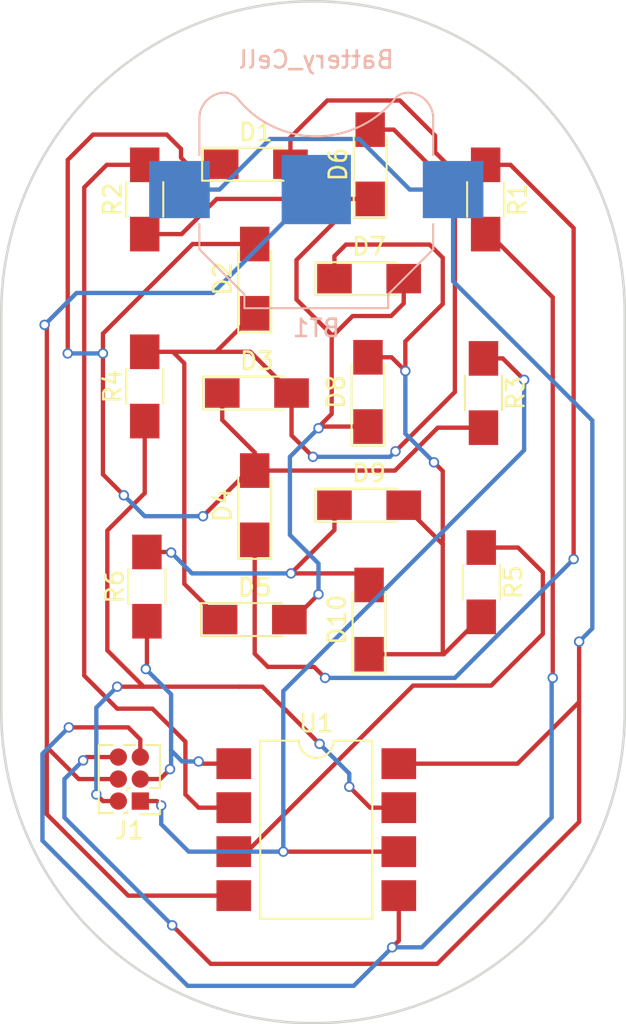
<source format=kicad_pcb>
(kicad_pcb (version 4) (host pcbnew 4.0.7)

  (general
    (links 35)
    (no_connects 0)
    (area 80.924999 91.924999 117.075001 151.075001)
    (thickness 1.6)
    (drawings 6)
    (tracks 251)
    (zones 0)
    (modules 19)
    (nets 15)
  )

  (page A4)
  (layers
    (0 F.Cu signal)
    (31 B.Cu signal)
    (32 B.Adhes user)
    (33 F.Adhes user)
    (34 B.Paste user)
    (35 F.Paste user)
    (36 B.SilkS user)
    (37 F.SilkS user)
    (38 B.Mask user)
    (39 F.Mask user)
    (40 Dwgs.User user)
    (41 Cmts.User user)
    (42 Eco1.User user)
    (43 Eco2.User user)
    (44 Edge.Cuts user)
    (45 Margin user)
    (46 B.CrtYd user)
    (47 F.CrtYd user)
    (48 B.Fab user)
    (49 F.Fab user)
  )

  (setup
    (last_trace_width 0.25)
    (trace_clearance 0.2)
    (zone_clearance 0.508)
    (zone_45_only no)
    (trace_min 0.2)
    (segment_width 0.15)
    (edge_width 0.15)
    (via_size 0.6)
    (via_drill 0.4)
    (via_min_size 0.4)
    (via_min_drill 0.3)
    (uvia_size 0.3)
    (uvia_drill 0.1)
    (uvias_allowed no)
    (uvia_min_size 0.2)
    (uvia_min_drill 0.1)
    (pcb_text_width 0.3)
    (pcb_text_size 1.5 1.5)
    (mod_edge_width 0.15)
    (mod_text_size 1 1)
    (mod_text_width 0.15)
    (pad_size 1.524 1.524)
    (pad_drill 0.762)
    (pad_to_mask_clearance 0.2)
    (aux_axis_origin 0 0)
    (grid_origin 97.155 80.4545)
    (visible_elements FFFFFF7F)
    (pcbplotparams
      (layerselection 0x00030_80000001)
      (usegerberextensions false)
      (excludeedgelayer true)
      (linewidth 0.100000)
      (plotframeref false)
      (viasonmask false)
      (mode 1)
      (useauxorigin false)
      (hpglpennumber 1)
      (hpglpenspeed 20)
      (hpglpendiameter 15)
      (hpglpenoverlay 2)
      (psnegative false)
      (psa4output false)
      (plotreference true)
      (plotvalue true)
      (plotinvisibletext false)
      (padsonsilk false)
      (subtractmaskfromsilk false)
      (outputformat 1)
      (mirror false)
      (drillshape 0)
      (scaleselection 1)
      (outputdirectory ""))
  )

  (net 0 "")
  (net 1 "Net-(D1-Pad2)")
  (net 2 /i)
  (net 3 /o)
  (net 4 "Net-(D1-Pad1)")
  (net 5 "Net-(D2-Pad1)")
  (net 6 "Net-(D5-Pad2)")
  (net 7 "Net-(D10-Pad1)")
  (net 8 "Net-(D10-Pad2)")
  (net 9 /h)
  (net 10 /p)
  (net 11 /z)
  (net 12 /k)
  (net 13 /a)
  (net 14 /e)

  (net_class Default "Esta es la clase de red por defecto."
    (clearance 0.2)
    (trace_width 0.25)
    (via_dia 0.6)
    (via_drill 0.4)
    (uvia_dia 0.3)
    (uvia_drill 0.1)
    (add_net /a)
    (add_net /e)
    (add_net /h)
    (add_net /i)
    (add_net /k)
    (add_net /o)
    (add_net /p)
    (add_net /z)
    (add_net "Net-(D1-Pad1)")
    (add_net "Net-(D1-Pad2)")
    (add_net "Net-(D10-Pad1)")
    (add_net "Net-(D10-Pad2)")
    (add_net "Net-(D2-Pad1)")
    (add_net "Net-(D5-Pad2)")
  )

  (module Battery_Holders:Keystone_3000_1x12mm-CoinCell (layer F.Cu) (tedit 5A896E14) (tstamp 5A88B2EE)
    (at 99.187 102.87 180)
    (descr http://www.keyelco.com/product-pdf.cfm?p=777)
    (tags "Keystone type 3000 coin cell retainer")
    (path /5A88AFDD)
    (attr smd)
    (fp_text reference BT1 (at 0 -8 180) (layer B.SilkS)
      (effects (font (size 1 1) (thickness 0.15)) (justify mirror))
    )
    (fp_text value Battery_Cell (at 0 7.5 180) (layer B.SilkS)
      (effects (font (size 1 1) (thickness 0.15)) (justify mirror))
    )
    (fp_arc (start 0 0) (end 0 6.75) (angle 36.6) (layer B.CrtYd) (width 0.05))
    (fp_arc (start 0.11 9.15) (end 4.22 5.65) (angle -3.1) (layer B.CrtYd) (width 0.05))
    (fp_arc (start 0.11 9.15) (end -4.22 5.65) (angle 3.1) (layer B.CrtYd) (width 0.05))
    (fp_arc (start 0 0) (end 0 6.75) (angle -36.6) (layer B.CrtYd) (width 0.05))
    (fp_arc (start 5.25 4.1) (end 5.3 6.1) (angle -90) (layer B.CrtYd) (width 0.05))
    (fp_arc (start 5.29 4.6) (end 4.22 5.65) (angle -54.1) (layer B.CrtYd) (width 0.05))
    (fp_arc (start -5.29 4.6) (end -4.22 5.65) (angle 54.1) (layer B.CrtYd) (width 0.05))
    (fp_arc (start 5.29 4.6) (end 4.5 5.2) (angle -60) (layer B.SilkS) (width 0.12))
    (fp_arc (start -5.29 4.6) (end -4.5 5.2) (angle 60) (layer B.SilkS) (width 0.12))
    (fp_arc (start 0 8.9) (end -4.5 5.2) (angle 101) (layer B.SilkS) (width 0.12))
    (fp_arc (start 5.29 4.6) (end 4.6 5.1) (angle -60) (layer B.Fab) (width 0.1))
    (fp_arc (start -5.29 4.6) (end -4.6 5.1) (angle 60) (layer B.Fab) (width 0.1))
    (fp_arc (start 0 8.9) (end -4.6 5.1) (angle 101) (layer B.Fab) (width 0.1))
    (fp_arc (start -5.25 4.1) (end -5.3 6.1) (angle 90) (layer B.CrtYd) (width 0.05))
    (fp_arc (start 5.25 4.1) (end 5.3 5.6) (angle -90) (layer B.SilkS) (width 0.12))
    (fp_arc (start -5.25 4.1) (end -5.3 5.6) (angle 90) (layer B.SilkS) (width 0.12))
    (fp_line (start -7.25 2.15) (end -7.25 4.1) (layer B.CrtYd) (width 0.05))
    (fp_line (start 7.25 2.15) (end 7.25 4.1) (layer B.CrtYd) (width 0.05))
    (fp_line (start 6.75 2) (end 6.75 4.1) (layer B.SilkS) (width 0.12))
    (fp_line (start -6.75 2) (end -6.75 4.1) (layer B.SilkS) (width 0.12))
    (fp_arc (start 5.25 4.1) (end 5.3 5.45) (angle -90) (layer B.Fab) (width 0.1))
    (fp_line (start 7.25 -2.15) (end 7.25 -3.8) (layer B.CrtYd) (width 0.05))
    (fp_line (start 7.25 -3.8) (end 4.65 -6.4) (layer B.CrtYd) (width 0.05))
    (fp_line (start 4.65 -6.4) (end 4.65 -7.35) (layer B.CrtYd) (width 0.05))
    (fp_line (start -4.65 -7.35) (end 4.65 -7.35) (layer B.CrtYd) (width 0.05))
    (fp_line (start -4.65 -6.4) (end -4.65 -7.35) (layer B.CrtYd) (width 0.05))
    (fp_line (start -7.25 -3.8) (end -4.65 -6.4) (layer B.CrtYd) (width 0.05))
    (fp_line (start -7.25 -2.15) (end -7.25 -3.8) (layer B.CrtYd) (width 0.05))
    (fp_line (start -6.75 -2) (end -6.75 -3.45) (layer B.SilkS) (width 0.12))
    (fp_line (start -6.75 -3.45) (end -4.15 -6.05) (layer B.SilkS) (width 0.12))
    (fp_line (start -4.15 -6.05) (end -4.15 -6.85) (layer B.SilkS) (width 0.12))
    (fp_line (start -4.15 -6.85) (end 4.15 -6.85) (layer B.SilkS) (width 0.12))
    (fp_line (start 4.15 -6.85) (end 4.15 -6.05) (layer B.SilkS) (width 0.12))
    (fp_line (start 4.15 -6.05) (end 6.75 -3.45) (layer B.SilkS) (width 0.12))
    (fp_line (start 6.75 -3.45) (end 6.75 -2) (layer B.SilkS) (width 0.12))
    (fp_line (start -7.25 -2.15) (end -10.15 -2.15) (layer B.CrtYd) (width 0.05))
    (fp_line (start -10.15 -2.15) (end -10.15 2.15) (layer B.CrtYd) (width 0.05))
    (fp_line (start -10.15 2.15) (end -7.25 2.15) (layer B.CrtYd) (width 0.05))
    (fp_line (start 7.25 -2.15) (end 10.15 -2.15) (layer B.CrtYd) (width 0.05))
    (fp_line (start 10.15 -2.15) (end 10.15 2.15) (layer B.CrtYd) (width 0.05))
    (fp_line (start 10.15 2.15) (end 7.25 2.15) (layer B.CrtYd) (width 0.05))
    (fp_arc (start -5.25 4.1) (end -5.3 5.45) (angle 90) (layer B.Fab) (width 0.1))
    (fp_line (start 6.6 -3.4) (end 6.6 4.1) (layer B.Fab) (width 0.1))
    (fp_line (start -6.6 -3.4) (end -6.6 4.1) (layer B.Fab) (width 0.1))
    (fp_line (start 4 -6) (end 6.6 -3.4) (layer B.Fab) (width 0.1))
    (fp_line (start -4 -6) (end -6.6 -3.4) (layer B.Fab) (width 0.1))
    (fp_line (start 4 -6.7) (end 4 -6) (layer B.Fab) (width 0.1))
    (fp_line (start -4 -6.7) (end -4 -6) (layer B.Fab) (width 0.1))
    (fp_line (start -4 -6.7) (end 4 -6.7) (layer B.Fab) (width 0.1))
    (pad 1 smd rect (at -7.9 0 180) (size 3.5 3.3) (layers B.Cu B.Paste B.Mask)
      (net 2 /i))
    (pad 1 smd rect (at 7.9 0 180) (size 3.5 3.3) (layers B.Cu B.Paste B.Mask)
      (net 2 /i))
    (pad 2 smd rect (at 0 0 180) (size 4 4) (layers B.Cu B.Mask)
      (net 3 /o))
    (model Battery_Holders.3dshapes/Keystone_3000_1x12mm-CoinCell.wrl
      (at (xyz 0 0 0))
      (scale (xyz 1 1 1))
      (rotate (xyz 0 0 0))
    )
  )

  (module Pin_Headers:Pin_Header_Straight_2x03_Pitch1.27mm (layer F.Cu) (tedit 5A895E4E) (tstamp 5A88B322)
    (at 89.027 138.176 180)
    (descr "Through hole straight pin header, 2x03, 1.27mm pitch, double rows")
    (tags "Through hole pin header THT 2x03 1.27mm double row")
    (path /5A88AEFD)
    (fp_text reference J1 (at 0.635 -1.695 180) (layer F.SilkS)
      (effects (font (size 1 1) (thickness 0.15)))
    )
    (fp_text value "" (at 0.635 4.235 180) (layer F.Fab)
      (effects (font (size 1 1) (thickness 0.15)))
    )
    (fp_line (start -0.2175 -0.635) (end 2.34 -0.635) (layer F.Fab) (width 0.1))
    (fp_line (start 2.34 -0.635) (end 2.34 3.175) (layer F.Fab) (width 0.1))
    (fp_line (start 2.34 3.175) (end -1.07 3.175) (layer F.Fab) (width 0.1))
    (fp_line (start -1.07 3.175) (end -1.07 0.2175) (layer F.Fab) (width 0.1))
    (fp_line (start -1.07 0.2175) (end -0.2175 -0.635) (layer F.Fab) (width 0.1))
    (fp_line (start -1.13 3.235) (end -0.30753 3.235) (layer F.SilkS) (width 0.12))
    (fp_line (start 1.57753 3.235) (end 2.4 3.235) (layer F.SilkS) (width 0.12))
    (fp_line (start 0.30753 3.235) (end 0.96247 3.235) (layer F.SilkS) (width 0.12))
    (fp_line (start -1.13 0.76) (end -1.13 3.235) (layer F.SilkS) (width 0.12))
    (fp_line (start 2.4 -0.695) (end 2.4 3.235) (layer F.SilkS) (width 0.12))
    (fp_line (start -1.13 0.76) (end -0.563471 0.76) (layer F.SilkS) (width 0.12))
    (fp_line (start 0.563471 0.76) (end 0.706529 0.76) (layer F.SilkS) (width 0.12))
    (fp_line (start 0.76 0.706529) (end 0.76 0.563471) (layer F.SilkS) (width 0.12))
    (fp_line (start 0.76 -0.563471) (end 0.76 -0.695) (layer F.SilkS) (width 0.12))
    (fp_line (start 0.76 -0.695) (end 0.96247 -0.695) (layer F.SilkS) (width 0.12))
    (fp_line (start 1.57753 -0.695) (end 2.4 -0.695) (layer F.SilkS) (width 0.12))
    (fp_line (start -1.13 0) (end -1.13 -0.76) (layer F.SilkS) (width 0.12))
    (fp_line (start -1.13 -0.76) (end 0 -0.76) (layer F.SilkS) (width 0.12))
    (fp_line (start -1.6 -1.15) (end -1.6 3.7) (layer F.CrtYd) (width 0.05))
    (fp_line (start -1.6 3.7) (end 2.85 3.7) (layer F.CrtYd) (width 0.05))
    (fp_line (start 2.85 3.7) (end 2.85 -1.15) (layer F.CrtYd) (width 0.05))
    (fp_line (start 2.85 -1.15) (end -1.6 -1.15) (layer F.CrtYd) (width 0.05))
    (fp_text user %R (at 0.635 1.27 270) (layer F.Fab)
      (effects (font (size 1 1) (thickness 0.15)))
    )
    (pad 1 smd rect (at 0 0 180) (size 1 1) (layers F.Cu F.Paste F.Mask)
      (net 9 /h))
    (pad 2 smd oval (at 1.27 0 180) (size 1 1) (layers F.Cu F.Paste F.Mask)
      (net 10 /p))
    (pad 3 smd oval (at 0 1.27 180) (size 1 1) (layers F.Cu F.Paste F.Mask)
      (net 11 /z))
    (pad 4 smd oval (at 1.27 1.27 180) (size 1 1) (layers F.Cu F.Paste F.Mask)
      (net 3 /o))
    (pad 5 smd oval (at 0 2.54 180) (size 1 1) (layers F.Cu F.Paste F.Mask)
      (net 12 /k))
    (pad 6 smd oval (at 1.27 2.54 180) (size 1 1) (layers F.Cu F.Paste F.Mask)
      (net 2 /i))
    (model ${KISYS3DMOD}/Pin_Headers.3dshapes/Pin_Header_Straight_2x03_Pitch1.27mm.wrl
      (at (xyz 0 0 0))
      (scale (xyz 1 1 1))
      (rotate (xyz 0 0 0))
    )
  )

  (module LEDs:LED_1206_HandSoldering (layer F.Cu) (tedit 595FC724) (tstamp 5A8876E4)
    (at 95.6945 101.4095)
    (descr "LED SMD 1206, hand soldering")
    (tags "LED 1206")
    (path /5A887900)
    (attr smd)
    (fp_text reference D1 (at 0 -1.85) (layer F.SilkS)
      (effects (font (size 1 1) (thickness 0.15)))
    )
    (fp_text value D (at 0 1.9) (layer F.Fab)
      (effects (font (size 1 1) (thickness 0.15)))
    )
    (fp_line (start -3.1 -0.95) (end -3.1 0.95) (layer F.SilkS) (width 0.12))
    (fp_line (start -0.4 0) (end 0.2 -0.4) (layer F.Fab) (width 0.1))
    (fp_line (start 0.2 -0.4) (end 0.2 0.4) (layer F.Fab) (width 0.1))
    (fp_line (start 0.2 0.4) (end -0.4 0) (layer F.Fab) (width 0.1))
    (fp_line (start -0.45 -0.4) (end -0.45 0.4) (layer F.Fab) (width 0.1))
    (fp_line (start -1.6 0.8) (end -1.6 -0.8) (layer F.Fab) (width 0.1))
    (fp_line (start 1.6 0.8) (end -1.6 0.8) (layer F.Fab) (width 0.1))
    (fp_line (start 1.6 -0.8) (end 1.6 0.8) (layer F.Fab) (width 0.1))
    (fp_line (start -1.6 -0.8) (end 1.6 -0.8) (layer F.Fab) (width 0.1))
    (fp_line (start -3.1 0.95) (end 1.6 0.95) (layer F.SilkS) (width 0.12))
    (fp_line (start -3.1 -0.95) (end 1.6 -0.95) (layer F.SilkS) (width 0.12))
    (fp_line (start -3.25 -1.11) (end 3.25 -1.11) (layer F.CrtYd) (width 0.05))
    (fp_line (start -3.25 -1.11) (end -3.25 1.1) (layer F.CrtYd) (width 0.05))
    (fp_line (start 3.25 1.1) (end 3.25 -1.11) (layer F.CrtYd) (width 0.05))
    (fp_line (start 3.25 1.1) (end -3.25 1.1) (layer F.CrtYd) (width 0.05))
    (pad 1 smd rect (at -2 0) (size 2 1.7) (layers F.Cu F.Paste F.Mask)
      (net 4 "Net-(D1-Pad1)"))
    (pad 2 smd rect (at 2 0) (size 2 1.7) (layers F.Cu F.Paste F.Mask)
      (net 1 "Net-(D1-Pad2)"))
    (model ${KISYS3DMOD}/LEDs.3dshapes/LED_1206.wrl
      (at (xyz 0 0 0))
      (scale (xyz 1 1 1))
      (rotate (xyz 0 0 180))
    )
  )

  (module LEDs:LED_1206_HandSoldering (layer F.Cu) (tedit 595FC724) (tstamp 5A8876EA)
    (at 95.631 108.0135 90)
    (descr "LED SMD 1206, hand soldering")
    (tags "LED 1206")
    (path /5A88755E)
    (attr smd)
    (fp_text reference D2 (at 0 -1.85 90) (layer F.SilkS)
      (effects (font (size 1 1) (thickness 0.15)))
    )
    (fp_text value D (at 0 1.9 90) (layer F.Fab)
      (effects (font (size 1 1) (thickness 0.15)))
    )
    (fp_line (start -3.1 -0.95) (end -3.1 0.95) (layer F.SilkS) (width 0.12))
    (fp_line (start -0.4 0) (end 0.2 -0.4) (layer F.Fab) (width 0.1))
    (fp_line (start 0.2 -0.4) (end 0.2 0.4) (layer F.Fab) (width 0.1))
    (fp_line (start 0.2 0.4) (end -0.4 0) (layer F.Fab) (width 0.1))
    (fp_line (start -0.45 -0.4) (end -0.45 0.4) (layer F.Fab) (width 0.1))
    (fp_line (start -1.6 0.8) (end -1.6 -0.8) (layer F.Fab) (width 0.1))
    (fp_line (start 1.6 0.8) (end -1.6 0.8) (layer F.Fab) (width 0.1))
    (fp_line (start 1.6 -0.8) (end 1.6 0.8) (layer F.Fab) (width 0.1))
    (fp_line (start -1.6 -0.8) (end 1.6 -0.8) (layer F.Fab) (width 0.1))
    (fp_line (start -3.1 0.95) (end 1.6 0.95) (layer F.SilkS) (width 0.12))
    (fp_line (start -3.1 -0.95) (end 1.6 -0.95) (layer F.SilkS) (width 0.12))
    (fp_line (start -3.25 -1.11) (end 3.25 -1.11) (layer F.CrtYd) (width 0.05))
    (fp_line (start -3.25 -1.11) (end -3.25 1.1) (layer F.CrtYd) (width 0.05))
    (fp_line (start 3.25 1.1) (end 3.25 -1.11) (layer F.CrtYd) (width 0.05))
    (fp_line (start 3.25 1.1) (end -3.25 1.1) (layer F.CrtYd) (width 0.05))
    (pad 1 smd rect (at -2 0 90) (size 2 1.7) (layers F.Cu F.Paste F.Mask)
      (net 5 "Net-(D2-Pad1)"))
    (pad 2 smd rect (at 2 0 90) (size 2 1.7) (layers F.Cu F.Paste F.Mask)
      (net 4 "Net-(D1-Pad1)"))
    (model ${KISYS3DMOD}/LEDs.3dshapes/LED_1206.wrl
      (at (xyz 0 0 0))
      (scale (xyz 1 1 1))
      (rotate (xyz 0 0 180))
    )
  )

  (module LEDs:LED_1206_HandSoldering (layer F.Cu) (tedit 595FC724) (tstamp 5A8876F0)
    (at 95.758 114.6175)
    (descr "LED SMD 1206, hand soldering")
    (tags "LED 1206")
    (path /5A887736)
    (attr smd)
    (fp_text reference D3 (at 0 -1.85) (layer F.SilkS)
      (effects (font (size 1 1) (thickness 0.15)))
    )
    (fp_text value D (at 0 1.9) (layer F.Fab)
      (effects (font (size 1 1) (thickness 0.15)))
    )
    (fp_line (start -3.1 -0.95) (end -3.1 0.95) (layer F.SilkS) (width 0.12))
    (fp_line (start -0.4 0) (end 0.2 -0.4) (layer F.Fab) (width 0.1))
    (fp_line (start 0.2 -0.4) (end 0.2 0.4) (layer F.Fab) (width 0.1))
    (fp_line (start 0.2 0.4) (end -0.4 0) (layer F.Fab) (width 0.1))
    (fp_line (start -0.45 -0.4) (end -0.45 0.4) (layer F.Fab) (width 0.1))
    (fp_line (start -1.6 0.8) (end -1.6 -0.8) (layer F.Fab) (width 0.1))
    (fp_line (start 1.6 0.8) (end -1.6 0.8) (layer F.Fab) (width 0.1))
    (fp_line (start 1.6 -0.8) (end 1.6 0.8) (layer F.Fab) (width 0.1))
    (fp_line (start -1.6 -0.8) (end 1.6 -0.8) (layer F.Fab) (width 0.1))
    (fp_line (start -3.1 0.95) (end 1.6 0.95) (layer F.SilkS) (width 0.12))
    (fp_line (start -3.1 -0.95) (end 1.6 -0.95) (layer F.SilkS) (width 0.12))
    (fp_line (start -3.25 -1.11) (end 3.25 -1.11) (layer F.CrtYd) (width 0.05))
    (fp_line (start -3.25 -1.11) (end -3.25 1.1) (layer F.CrtYd) (width 0.05))
    (fp_line (start 3.25 1.1) (end 3.25 -1.11) (layer F.CrtYd) (width 0.05))
    (fp_line (start 3.25 1.1) (end -3.25 1.1) (layer F.CrtYd) (width 0.05))
    (pad 1 smd rect (at -2 0) (size 2 1.7) (layers F.Cu F.Paste F.Mask)
      (net 4 "Net-(D1-Pad1)"))
    (pad 2 smd rect (at 2 0) (size 2 1.7) (layers F.Cu F.Paste F.Mask)
      (net 5 "Net-(D2-Pad1)"))
    (model ${KISYS3DMOD}/LEDs.3dshapes/LED_1206.wrl
      (at (xyz 0 0 0))
      (scale (xyz 1 1 1))
      (rotate (xyz 0 0 180))
    )
  )

  (module Resistors_SMD:R_1206_HandSoldering (layer F.Cu) (tedit 58E0A804) (tstamp 5A8876F6)
    (at 108.966 103.4415 270)
    (descr "Resistor SMD 1206, hand soldering")
    (tags "resistor 1206")
    (path /5A64B849)
    (attr smd)
    (fp_text reference R1 (at 0 -1.85 270) (layer F.SilkS)
      (effects (font (size 1 1) (thickness 0.15)))
    )
    (fp_text value 220 (at 0 1.9 270) (layer F.Fab)
      (effects (font (size 1 1) (thickness 0.15)))
    )
    (fp_text user %R (at 0 0 270) (layer F.Fab)
      (effects (font (size 0.7 0.7) (thickness 0.105)))
    )
    (fp_line (start -1.6 0.8) (end -1.6 -0.8) (layer F.Fab) (width 0.1))
    (fp_line (start 1.6 0.8) (end -1.6 0.8) (layer F.Fab) (width 0.1))
    (fp_line (start 1.6 -0.8) (end 1.6 0.8) (layer F.Fab) (width 0.1))
    (fp_line (start -1.6 -0.8) (end 1.6 -0.8) (layer F.Fab) (width 0.1))
    (fp_line (start 1 1.07) (end -1 1.07) (layer F.SilkS) (width 0.12))
    (fp_line (start -1 -1.07) (end 1 -1.07) (layer F.SilkS) (width 0.12))
    (fp_line (start -3.25 -1.11) (end 3.25 -1.11) (layer F.CrtYd) (width 0.05))
    (fp_line (start -3.25 -1.11) (end -3.25 1.1) (layer F.CrtYd) (width 0.05))
    (fp_line (start 3.25 1.1) (end 3.25 -1.11) (layer F.CrtYd) (width 0.05))
    (fp_line (start 3.25 1.1) (end -3.25 1.1) (layer F.CrtYd) (width 0.05))
    (pad 1 smd rect (at -2 0 270) (size 2 1.7) (layers F.Cu F.Paste F.Mask)
      (net 1 "Net-(D1-Pad2)"))
    (pad 2 smd rect (at 2 0 270) (size 2 1.7) (layers F.Cu F.Paste F.Mask)
      (net 12 /k))
    (model ${KISYS3DMOD}/Resistors_SMD.3dshapes/R_1206.wrl
      (at (xyz 0 0 0))
      (scale (xyz 1 1 1))
      (rotate (xyz 0 0 0))
    )
  )

  (module Resistors_SMD:R_1206_HandSoldering (layer F.Cu) (tedit 58E0A804) (tstamp 5A8876FC)
    (at 89.281 103.4415 90)
    (descr "Resistor SMD 1206, hand soldering")
    (tags "resistor 1206")
    (path /5A88C1EA)
    (attr smd)
    (fp_text reference R2 (at 0 -1.85 90) (layer F.SilkS)
      (effects (font (size 1 1) (thickness 0.15)))
    )
    (fp_text value 220 (at 0 1.9 90) (layer F.Fab)
      (effects (font (size 1 1) (thickness 0.15)))
    )
    (fp_text user %R (at 0 0 90) (layer F.Fab)
      (effects (font (size 0.7 0.7) (thickness 0.105)))
    )
    (fp_line (start -1.6 0.8) (end -1.6 -0.8) (layer F.Fab) (width 0.1))
    (fp_line (start 1.6 0.8) (end -1.6 0.8) (layer F.Fab) (width 0.1))
    (fp_line (start 1.6 -0.8) (end 1.6 0.8) (layer F.Fab) (width 0.1))
    (fp_line (start -1.6 -0.8) (end 1.6 -0.8) (layer F.Fab) (width 0.1))
    (fp_line (start 1 1.07) (end -1 1.07) (layer F.SilkS) (width 0.12))
    (fp_line (start -1 -1.07) (end 1 -1.07) (layer F.SilkS) (width 0.12))
    (fp_line (start -3.25 -1.11) (end 3.25 -1.11) (layer F.CrtYd) (width 0.05))
    (fp_line (start -3.25 -1.11) (end -3.25 1.1) (layer F.CrtYd) (width 0.05))
    (fp_line (start 3.25 1.1) (end 3.25 -1.11) (layer F.CrtYd) (width 0.05))
    (fp_line (start 3.25 1.1) (end -3.25 1.1) (layer F.CrtYd) (width 0.05))
    (pad 1 smd rect (at -2 0 90) (size 2 1.7) (layers F.Cu F.Paste F.Mask)
      (net 6 "Net-(D5-Pad2)"))
    (pad 2 smd rect (at 2 0 90) (size 2 1.7) (layers F.Cu F.Paste F.Mask)
      (net 13 /a))
    (model ${KISYS3DMOD}/Resistors_SMD.3dshapes/R_1206.wrl
      (at (xyz 0 0 0))
      (scale (xyz 1 1 1))
      (rotate (xyz 0 0 0))
    )
  )

  (module Resistors_SMD:R_1206_HandSoldering (layer F.Cu) (tedit 5A895385) (tstamp 5A887702)
    (at 108.839 114.6175 270)
    (descr "Resistor SMD 1206, hand soldering")
    (tags "resistor 1206")
    (path /5A88BB29)
    (attr smd)
    (fp_text reference R3 (at 0 -1.85 270) (layer F.SilkS)
      (effects (font (size 1 1) (thickness 0.15)))
    )
    (fp_text value 220 (at 0 1.9 270) (layer F.Fab)
      (effects (font (size 1 1) (thickness 0.15)))
    )
    (fp_text user %R (at 0 0 270) (layer F.Fab)
      (effects (font (size 0.7 0.7) (thickness 0.105)))
    )
    (fp_line (start -1.6 0.8) (end -1.6 -0.8) (layer F.Fab) (width 0.1))
    (fp_line (start 1.6 0.8) (end -1.6 0.8) (layer F.Fab) (width 0.1))
    (fp_line (start 1.6 -0.8) (end 1.6 0.8) (layer F.Fab) (width 0.1))
    (fp_line (start -1.6 -0.8) (end 1.6 -0.8) (layer F.Fab) (width 0.1))
    (fp_line (start 1 1.07) (end -1 1.07) (layer F.SilkS) (width 0.12))
    (fp_line (start -1 -1.07) (end 1 -1.07) (layer F.SilkS) (width 0.12))
    (fp_line (start -3.25 -1.11) (end 3.25 -1.11) (layer F.CrtYd) (width 0.05))
    (fp_line (start -3.25 -1.11) (end -3.25 1.1) (layer F.CrtYd) (width 0.05))
    (fp_line (start 3.25 1.1) (end 3.25 -1.11) (layer F.CrtYd) (width 0.05))
    (fp_line (start 3.25 1.1) (end -3.25 1.1) (layer F.CrtYd) (width 0.05))
    (pad 1 smd rect (at -2 0 270) (size 2 1.7) (layers F.Cu F.Paste F.Mask)
      (net 9 /h))
    (pad 2 smd rect (at 2 0 270) (size 2 1.7) (layers F.Cu F.Paste F.Mask)
      (net 4 "Net-(D1-Pad1)"))
    (model ${KISYS3DMOD}/Resistors_SMD.3dshapes/R_1206.wrl
      (at (xyz 0 0 0))
      (scale (xyz 1 1 1))
      (rotate (xyz 0 0 0))
    )
  )

  (module LEDs:LED_1206_HandSoldering (layer F.Cu) (tedit 595FC724) (tstamp 5A88B2F4)
    (at 95.631 121.0945 90)
    (descr "LED SMD 1206, hand soldering")
    (tags "LED 1206")
    (path /5A88BA5A)
    (attr smd)
    (fp_text reference D4 (at 0 -1.85 90) (layer F.SilkS)
      (effects (font (size 1 1) (thickness 0.15)))
    )
    (fp_text value D (at 0 1.9 90) (layer F.Fab)
      (effects (font (size 1 1) (thickness 0.15)))
    )
    (fp_line (start -3.1 -0.95) (end -3.1 0.95) (layer F.SilkS) (width 0.12))
    (fp_line (start -0.4 0) (end 0.2 -0.4) (layer F.Fab) (width 0.1))
    (fp_line (start 0.2 -0.4) (end 0.2 0.4) (layer F.Fab) (width 0.1))
    (fp_line (start 0.2 0.4) (end -0.4 0) (layer F.Fab) (width 0.1))
    (fp_line (start -0.45 -0.4) (end -0.45 0.4) (layer F.Fab) (width 0.1))
    (fp_line (start -1.6 0.8) (end -1.6 -0.8) (layer F.Fab) (width 0.1))
    (fp_line (start 1.6 0.8) (end -1.6 0.8) (layer F.Fab) (width 0.1))
    (fp_line (start 1.6 -0.8) (end 1.6 0.8) (layer F.Fab) (width 0.1))
    (fp_line (start -1.6 -0.8) (end 1.6 -0.8) (layer F.Fab) (width 0.1))
    (fp_line (start -3.1 0.95) (end 1.6 0.95) (layer F.SilkS) (width 0.12))
    (fp_line (start -3.1 -0.95) (end 1.6 -0.95) (layer F.SilkS) (width 0.12))
    (fp_line (start -3.25 -1.11) (end 3.25 -1.11) (layer F.CrtYd) (width 0.05))
    (fp_line (start -3.25 -1.11) (end -3.25 1.1) (layer F.CrtYd) (width 0.05))
    (fp_line (start 3.25 1.1) (end 3.25 -1.11) (layer F.CrtYd) (width 0.05))
    (fp_line (start 3.25 1.1) (end -3.25 1.1) (layer F.CrtYd) (width 0.05))
    (pad 1 smd rect (at -2 0 90) (size 2 1.7) (layers F.Cu F.Paste F.Mask)
      (net 1 "Net-(D1-Pad2)"))
    (pad 2 smd rect (at 2 0 90) (size 2 1.7) (layers F.Cu F.Paste F.Mask)
      (net 4 "Net-(D1-Pad1)"))
    (model ${KISYS3DMOD}/LEDs.3dshapes/LED_1206.wrl
      (at (xyz 0 0 0))
      (scale (xyz 1 1 1))
      (rotate (xyz 0 0 180))
    )
  )

  (module LEDs:LED_1206_HandSoldering (layer F.Cu) (tedit 595FC724) (tstamp 5A88B2FA)
    (at 95.631 127.6985)
    (descr "LED SMD 1206, hand soldering")
    (tags "LED 1206")
    (path /5A88A78D)
    (attr smd)
    (fp_text reference D5 (at 0 -1.85) (layer F.SilkS)
      (effects (font (size 1 1) (thickness 0.15)))
    )
    (fp_text value D (at 0 1.9) (layer F.Fab)
      (effects (font (size 1 1) (thickness 0.15)))
    )
    (fp_line (start -3.1 -0.95) (end -3.1 0.95) (layer F.SilkS) (width 0.12))
    (fp_line (start -0.4 0) (end 0.2 -0.4) (layer F.Fab) (width 0.1))
    (fp_line (start 0.2 -0.4) (end 0.2 0.4) (layer F.Fab) (width 0.1))
    (fp_line (start 0.2 0.4) (end -0.4 0) (layer F.Fab) (width 0.1))
    (fp_line (start -0.45 -0.4) (end -0.45 0.4) (layer F.Fab) (width 0.1))
    (fp_line (start -1.6 0.8) (end -1.6 -0.8) (layer F.Fab) (width 0.1))
    (fp_line (start 1.6 0.8) (end -1.6 0.8) (layer F.Fab) (width 0.1))
    (fp_line (start 1.6 -0.8) (end 1.6 0.8) (layer F.Fab) (width 0.1))
    (fp_line (start -1.6 -0.8) (end 1.6 -0.8) (layer F.Fab) (width 0.1))
    (fp_line (start -3.1 0.95) (end 1.6 0.95) (layer F.SilkS) (width 0.12))
    (fp_line (start -3.1 -0.95) (end 1.6 -0.95) (layer F.SilkS) (width 0.12))
    (fp_line (start -3.25 -1.11) (end 3.25 -1.11) (layer F.CrtYd) (width 0.05))
    (fp_line (start -3.25 -1.11) (end -3.25 1.1) (layer F.CrtYd) (width 0.05))
    (fp_line (start 3.25 1.1) (end 3.25 -1.11) (layer F.CrtYd) (width 0.05))
    (fp_line (start 3.25 1.1) (end -3.25 1.1) (layer F.CrtYd) (width 0.05))
    (pad 1 smd rect (at -2 0) (size 2 1.7) (layers F.Cu F.Paste F.Mask)
      (net 5 "Net-(D2-Pad1)"))
    (pad 2 smd rect (at 2 0) (size 2 1.7) (layers F.Cu F.Paste F.Mask)
      (net 6 "Net-(D5-Pad2)"))
    (model ${KISYS3DMOD}/LEDs.3dshapes/LED_1206.wrl
      (at (xyz 0 0 0))
      (scale (xyz 1 1 1))
      (rotate (xyz 0 0 180))
    )
  )

  (module LEDs:LED_1206_HandSoldering (layer F.Cu) (tedit 595FC724) (tstamp 5A88B300)
    (at 102.2985 101.4095 90)
    (descr "LED SMD 1206, hand soldering")
    (tags "LED 1206")
    (path /5A88A7BE)
    (attr smd)
    (fp_text reference D6 (at 0 -1.85 90) (layer F.SilkS)
      (effects (font (size 1 1) (thickness 0.15)))
    )
    (fp_text value D (at 0 1.9 90) (layer F.Fab)
      (effects (font (size 1 1) (thickness 0.15)))
    )
    (fp_line (start -3.1 -0.95) (end -3.1 0.95) (layer F.SilkS) (width 0.12))
    (fp_line (start -0.4 0) (end 0.2 -0.4) (layer F.Fab) (width 0.1))
    (fp_line (start 0.2 -0.4) (end 0.2 0.4) (layer F.Fab) (width 0.1))
    (fp_line (start 0.2 0.4) (end -0.4 0) (layer F.Fab) (width 0.1))
    (fp_line (start -0.45 -0.4) (end -0.45 0.4) (layer F.Fab) (width 0.1))
    (fp_line (start -1.6 0.8) (end -1.6 -0.8) (layer F.Fab) (width 0.1))
    (fp_line (start 1.6 0.8) (end -1.6 0.8) (layer F.Fab) (width 0.1))
    (fp_line (start 1.6 -0.8) (end 1.6 0.8) (layer F.Fab) (width 0.1))
    (fp_line (start -1.6 -0.8) (end 1.6 -0.8) (layer F.Fab) (width 0.1))
    (fp_line (start -3.1 0.95) (end 1.6 0.95) (layer F.SilkS) (width 0.12))
    (fp_line (start -3.1 -0.95) (end 1.6 -0.95) (layer F.SilkS) (width 0.12))
    (fp_line (start -3.25 -1.11) (end 3.25 -1.11) (layer F.CrtYd) (width 0.05))
    (fp_line (start -3.25 -1.11) (end -3.25 1.1) (layer F.CrtYd) (width 0.05))
    (fp_line (start 3.25 1.1) (end 3.25 -1.11) (layer F.CrtYd) (width 0.05))
    (fp_line (start 3.25 1.1) (end -3.25 1.1) (layer F.CrtYd) (width 0.05))
    (pad 1 smd rect (at -2 0 90) (size 2 1.7) (layers F.Cu F.Paste F.Mask)
      (net 6 "Net-(D5-Pad2)"))
    (pad 2 smd rect (at 2 0 90) (size 2 1.7) (layers F.Cu F.Paste F.Mask)
      (net 5 "Net-(D2-Pad1)"))
    (model ${KISYS3DMOD}/LEDs.3dshapes/LED_1206.wrl
      (at (xyz 0 0 0))
      (scale (xyz 1 1 1))
      (rotate (xyz 0 0 180))
    )
  )

  (module LEDs:LED_1206_HandSoldering (layer F.Cu) (tedit 595FC724) (tstamp 5A88B306)
    (at 102.235 108.0135)
    (descr "LED SMD 1206, hand soldering")
    (tags "LED 1206")
    (path /5A88A98E)
    (attr smd)
    (fp_text reference D7 (at 0 -1.85) (layer F.SilkS)
      (effects (font (size 1 1) (thickness 0.15)))
    )
    (fp_text value D (at 0 1.9) (layer F.Fab)
      (effects (font (size 1 1) (thickness 0.15)))
    )
    (fp_line (start -3.1 -0.95) (end -3.1 0.95) (layer F.SilkS) (width 0.12))
    (fp_line (start -0.4 0) (end 0.2 -0.4) (layer F.Fab) (width 0.1))
    (fp_line (start 0.2 -0.4) (end 0.2 0.4) (layer F.Fab) (width 0.1))
    (fp_line (start 0.2 0.4) (end -0.4 0) (layer F.Fab) (width 0.1))
    (fp_line (start -0.45 -0.4) (end -0.45 0.4) (layer F.Fab) (width 0.1))
    (fp_line (start -1.6 0.8) (end -1.6 -0.8) (layer F.Fab) (width 0.1))
    (fp_line (start 1.6 0.8) (end -1.6 0.8) (layer F.Fab) (width 0.1))
    (fp_line (start 1.6 -0.8) (end 1.6 0.8) (layer F.Fab) (width 0.1))
    (fp_line (start -1.6 -0.8) (end 1.6 -0.8) (layer F.Fab) (width 0.1))
    (fp_line (start -3.1 0.95) (end 1.6 0.95) (layer F.SilkS) (width 0.12))
    (fp_line (start -3.1 -0.95) (end 1.6 -0.95) (layer F.SilkS) (width 0.12))
    (fp_line (start -3.25 -1.11) (end 3.25 -1.11) (layer F.CrtYd) (width 0.05))
    (fp_line (start -3.25 -1.11) (end -3.25 1.1) (layer F.CrtYd) (width 0.05))
    (fp_line (start 3.25 1.1) (end 3.25 -1.11) (layer F.CrtYd) (width 0.05))
    (fp_line (start 3.25 1.1) (end -3.25 1.1) (layer F.CrtYd) (width 0.05))
    (pad 1 smd rect (at -2 0) (size 2 1.7) (layers F.Cu F.Paste F.Mask)
      (net 7 "Net-(D10-Pad1)"))
    (pad 2 smd rect (at 2 0) (size 2 1.7) (layers F.Cu F.Paste F.Mask)
      (net 6 "Net-(D5-Pad2)"))
    (model ${KISYS3DMOD}/LEDs.3dshapes/LED_1206.wrl
      (at (xyz 0 0 0))
      (scale (xyz 1 1 1))
      (rotate (xyz 0 0 180))
    )
  )

  (module LEDs:LED_1206_HandSoldering (layer F.Cu) (tedit 595FC724) (tstamp 5A88B30C)
    (at 102.1715 114.554 90)
    (descr "LED SMD 1206, hand soldering")
    (tags "LED 1206")
    (path /5A88C2CD)
    (attr smd)
    (fp_text reference D8 (at 0 -1.85 90) (layer F.SilkS)
      (effects (font (size 1 1) (thickness 0.15)))
    )
    (fp_text value D (at 0 1.9 90) (layer F.Fab)
      (effects (font (size 1 1) (thickness 0.15)))
    )
    (fp_line (start -3.1 -0.95) (end -3.1 0.95) (layer F.SilkS) (width 0.12))
    (fp_line (start -0.4 0) (end 0.2 -0.4) (layer F.Fab) (width 0.1))
    (fp_line (start 0.2 -0.4) (end 0.2 0.4) (layer F.Fab) (width 0.1))
    (fp_line (start 0.2 0.4) (end -0.4 0) (layer F.Fab) (width 0.1))
    (fp_line (start -0.45 -0.4) (end -0.45 0.4) (layer F.Fab) (width 0.1))
    (fp_line (start -1.6 0.8) (end -1.6 -0.8) (layer F.Fab) (width 0.1))
    (fp_line (start 1.6 0.8) (end -1.6 0.8) (layer F.Fab) (width 0.1))
    (fp_line (start 1.6 -0.8) (end 1.6 0.8) (layer F.Fab) (width 0.1))
    (fp_line (start -1.6 -0.8) (end 1.6 -0.8) (layer F.Fab) (width 0.1))
    (fp_line (start -3.1 0.95) (end 1.6 0.95) (layer F.SilkS) (width 0.12))
    (fp_line (start -3.1 -0.95) (end 1.6 -0.95) (layer F.SilkS) (width 0.12))
    (fp_line (start -3.25 -1.11) (end 3.25 -1.11) (layer F.CrtYd) (width 0.05))
    (fp_line (start -3.25 -1.11) (end -3.25 1.1) (layer F.CrtYd) (width 0.05))
    (fp_line (start 3.25 1.1) (end 3.25 -1.11) (layer F.CrtYd) (width 0.05))
    (fp_line (start 3.25 1.1) (end -3.25 1.1) (layer F.CrtYd) (width 0.05))
    (pad 1 smd rect (at -2 0 90) (size 2 1.7) (layers F.Cu F.Paste F.Mask)
      (net 6 "Net-(D5-Pad2)"))
    (pad 2 smd rect (at 2 0 90) (size 2 1.7) (layers F.Cu F.Paste F.Mask)
      (net 7 "Net-(D10-Pad1)"))
    (model ${KISYS3DMOD}/LEDs.3dshapes/LED_1206.wrl
      (at (xyz 0 0 0))
      (scale (xyz 1 1 1))
      (rotate (xyz 0 0 180))
    )
  )

  (module LEDs:LED_1206_HandSoldering (layer F.Cu) (tedit 595FC724) (tstamp 5A88B312)
    (at 102.235 121.0945)
    (descr "LED SMD 1206, hand soldering")
    (tags "LED 1206")
    (path /5A88CB3B)
    (attr smd)
    (fp_text reference D9 (at 0 -1.85) (layer F.SilkS)
      (effects (font (size 1 1) (thickness 0.15)))
    )
    (fp_text value D (at 0 1.9) (layer F.Fab)
      (effects (font (size 1 1) (thickness 0.15)))
    )
    (fp_line (start -3.1 -0.95) (end -3.1 0.95) (layer F.SilkS) (width 0.12))
    (fp_line (start -0.4 0) (end 0.2 -0.4) (layer F.Fab) (width 0.1))
    (fp_line (start 0.2 -0.4) (end 0.2 0.4) (layer F.Fab) (width 0.1))
    (fp_line (start 0.2 0.4) (end -0.4 0) (layer F.Fab) (width 0.1))
    (fp_line (start -0.45 -0.4) (end -0.45 0.4) (layer F.Fab) (width 0.1))
    (fp_line (start -1.6 0.8) (end -1.6 -0.8) (layer F.Fab) (width 0.1))
    (fp_line (start 1.6 0.8) (end -1.6 0.8) (layer F.Fab) (width 0.1))
    (fp_line (start 1.6 -0.8) (end 1.6 0.8) (layer F.Fab) (width 0.1))
    (fp_line (start -1.6 -0.8) (end 1.6 -0.8) (layer F.Fab) (width 0.1))
    (fp_line (start -3.1 0.95) (end 1.6 0.95) (layer F.SilkS) (width 0.12))
    (fp_line (start -3.1 -0.95) (end 1.6 -0.95) (layer F.SilkS) (width 0.12))
    (fp_line (start -3.25 -1.11) (end 3.25 -1.11) (layer F.CrtYd) (width 0.05))
    (fp_line (start -3.25 -1.11) (end -3.25 1.1) (layer F.CrtYd) (width 0.05))
    (fp_line (start 3.25 1.1) (end 3.25 -1.11) (layer F.CrtYd) (width 0.05))
    (fp_line (start 3.25 1.1) (end -3.25 1.1) (layer F.CrtYd) (width 0.05))
    (pad 1 smd rect (at -2 0) (size 2 1.7) (layers F.Cu F.Paste F.Mask)
      (net 8 "Net-(D10-Pad2)"))
    (pad 2 smd rect (at 2 0) (size 2 1.7) (layers F.Cu F.Paste F.Mask)
      (net 7 "Net-(D10-Pad1)"))
    (model ${KISYS3DMOD}/LEDs.3dshapes/LED_1206.wrl
      (at (xyz 0 0 0))
      (scale (xyz 1 1 1))
      (rotate (xyz 0 0 180))
    )
  )

  (module LEDs:LED_1206_HandSoldering (layer F.Cu) (tedit 595FC724) (tstamp 5A88B318)
    (at 102.235 127.6985 90)
    (descr "LED SMD 1206, hand soldering")
    (tags "LED 1206")
    (path /5A88CB9A)
    (attr smd)
    (fp_text reference D10 (at 0 -1.85 90) (layer F.SilkS)
      (effects (font (size 1 1) (thickness 0.15)))
    )
    (fp_text value D (at 0 1.9 90) (layer F.Fab)
      (effects (font (size 1 1) (thickness 0.15)))
    )
    (fp_line (start -3.1 -0.95) (end -3.1 0.95) (layer F.SilkS) (width 0.12))
    (fp_line (start -0.4 0) (end 0.2 -0.4) (layer F.Fab) (width 0.1))
    (fp_line (start 0.2 -0.4) (end 0.2 0.4) (layer F.Fab) (width 0.1))
    (fp_line (start 0.2 0.4) (end -0.4 0) (layer F.Fab) (width 0.1))
    (fp_line (start -0.45 -0.4) (end -0.45 0.4) (layer F.Fab) (width 0.1))
    (fp_line (start -1.6 0.8) (end -1.6 -0.8) (layer F.Fab) (width 0.1))
    (fp_line (start 1.6 0.8) (end -1.6 0.8) (layer F.Fab) (width 0.1))
    (fp_line (start 1.6 -0.8) (end 1.6 0.8) (layer F.Fab) (width 0.1))
    (fp_line (start -1.6 -0.8) (end 1.6 -0.8) (layer F.Fab) (width 0.1))
    (fp_line (start -3.1 0.95) (end 1.6 0.95) (layer F.SilkS) (width 0.12))
    (fp_line (start -3.1 -0.95) (end 1.6 -0.95) (layer F.SilkS) (width 0.12))
    (fp_line (start -3.25 -1.11) (end 3.25 -1.11) (layer F.CrtYd) (width 0.05))
    (fp_line (start -3.25 -1.11) (end -3.25 1.1) (layer F.CrtYd) (width 0.05))
    (fp_line (start 3.25 1.1) (end 3.25 -1.11) (layer F.CrtYd) (width 0.05))
    (fp_line (start 3.25 1.1) (end -3.25 1.1) (layer F.CrtYd) (width 0.05))
    (pad 1 smd rect (at -2 0 90) (size 2 1.7) (layers F.Cu F.Paste F.Mask)
      (net 7 "Net-(D10-Pad1)"))
    (pad 2 smd rect (at 2 0 90) (size 2 1.7) (layers F.Cu F.Paste F.Mask)
      (net 8 "Net-(D10-Pad2)"))
    (model ${KISYS3DMOD}/LEDs.3dshapes/LED_1206.wrl
      (at (xyz 0 0 0))
      (scale (xyz 1 1 1))
      (rotate (xyz 0 0 180))
    )
  )

  (module Resistors_SMD:R_1206_HandSoldering (layer F.Cu) (tedit 5A8952D8) (tstamp 5A88B328)
    (at 89.281 114.2365 90)
    (descr "Resistor SMD 1206, hand soldering")
    (tags "resistor 1206")
    (path /5A88BBC5)
    (attr smd)
    (fp_text reference R4 (at 0 -1.85 90) (layer F.SilkS)
      (effects (font (size 1 1) (thickness 0.15)))
    )
    (fp_text value 220 (at 0 1.9 90) (layer F.Fab)
      (effects (font (size 1 1) (thickness 0.15)))
    )
    (fp_text user %R (at 0 0 270) (layer F.Fab)
      (effects (font (size 0.7 0.7) (thickness 0.105)))
    )
    (fp_line (start -1.6 0.8) (end -1.6 -0.8) (layer F.Fab) (width 0.1))
    (fp_line (start 1.6 0.8) (end -1.6 0.8) (layer F.Fab) (width 0.1))
    (fp_line (start 1.6 -0.8) (end 1.6 0.8) (layer F.Fab) (width 0.1))
    (fp_line (start -1.6 -0.8) (end 1.6 -0.8) (layer F.Fab) (width 0.1))
    (fp_line (start 1 1.07) (end -1 1.07) (layer F.SilkS) (width 0.12))
    (fp_line (start -1 -1.07) (end 1 -1.07) (layer F.SilkS) (width 0.12))
    (fp_line (start -3.25 -1.11) (end 3.25 -1.11) (layer F.CrtYd) (width 0.05))
    (fp_line (start -3.25 -1.11) (end -3.25 1.1) (layer F.CrtYd) (width 0.05))
    (fp_line (start 3.25 1.1) (end 3.25 -1.11) (layer F.CrtYd) (width 0.05))
    (fp_line (start 3.25 1.1) (end -3.25 1.1) (layer F.CrtYd) (width 0.05))
    (pad 1 smd rect (at -2 0 90) (size 2 1.7) (layers F.Cu F.Paste F.Mask)
      (net 10 /p))
    (pad 2 smd rect (at 2 0 90) (size 2 1.7) (layers F.Cu F.Paste F.Mask)
      (net 5 "Net-(D2-Pad1)"))
    (model ${KISYS3DMOD}/Resistors_SMD.3dshapes/R_1206.wrl
      (at (xyz 0 0 0))
      (scale (xyz 1 1 1))
      (rotate (xyz 0 0 0))
    )
  )

  (module Resistors_SMD:R_1206_HandSoldering (layer F.Cu) (tedit 58E0A804) (tstamp 5A88B32E)
    (at 108.712 125.5395 270)
    (descr "Resistor SMD 1206, hand soldering")
    (tags "resistor 1206")
    (path /5A88C88F)
    (attr smd)
    (fp_text reference R5 (at 0 -1.85 270) (layer F.SilkS)
      (effects (font (size 1 1) (thickness 0.15)))
    )
    (fp_text value 220 (at 0 1.9 270) (layer F.Fab)
      (effects (font (size 1 1) (thickness 0.15)))
    )
    (fp_text user %R (at 0 0 270) (layer F.Fab)
      (effects (font (size 0.7 0.7) (thickness 0.105)))
    )
    (fp_line (start -1.6 0.8) (end -1.6 -0.8) (layer F.Fab) (width 0.1))
    (fp_line (start 1.6 0.8) (end -1.6 0.8) (layer F.Fab) (width 0.1))
    (fp_line (start 1.6 -0.8) (end 1.6 0.8) (layer F.Fab) (width 0.1))
    (fp_line (start -1.6 -0.8) (end 1.6 -0.8) (layer F.Fab) (width 0.1))
    (fp_line (start 1 1.07) (end -1 1.07) (layer F.SilkS) (width 0.12))
    (fp_line (start -1 -1.07) (end 1 -1.07) (layer F.SilkS) (width 0.12))
    (fp_line (start -3.25 -1.11) (end 3.25 -1.11) (layer F.CrtYd) (width 0.05))
    (fp_line (start -3.25 -1.11) (end -3.25 1.1) (layer F.CrtYd) (width 0.05))
    (fp_line (start 3.25 1.1) (end 3.25 -1.11) (layer F.CrtYd) (width 0.05))
    (fp_line (start 3.25 1.1) (end -3.25 1.1) (layer F.CrtYd) (width 0.05))
    (pad 1 smd rect (at -2 0 270) (size 2 1.7) (layers F.Cu F.Paste F.Mask)
      (net 14 /e))
    (pad 2 smd rect (at 2 0 270) (size 2 1.7) (layers F.Cu F.Paste F.Mask)
      (net 7 "Net-(D10-Pad1)"))
    (model ${KISYS3DMOD}/Resistors_SMD.3dshapes/R_1206.wrl
      (at (xyz 0 0 0))
      (scale (xyz 1 1 1))
      (rotate (xyz 0 0 0))
    )
  )

  (module Resistors_SMD:R_1206_HandSoldering (layer F.Cu) (tedit 58E0A804) (tstamp 5A88B334)
    (at 89.408 125.7935 90)
    (descr "Resistor SMD 1206, hand soldering")
    (tags "resistor 1206")
    (path /5A88CFFB)
    (attr smd)
    (fp_text reference R6 (at 0 -1.85 90) (layer F.SilkS)
      (effects (font (size 1 1) (thickness 0.15)))
    )
    (fp_text value 220 (at 0 1.9 90) (layer F.Fab)
      (effects (font (size 1 1) (thickness 0.15)))
    )
    (fp_text user %R (at 0 0 90) (layer F.Fab)
      (effects (font (size 0.7 0.7) (thickness 0.105)))
    )
    (fp_line (start -1.6 0.8) (end -1.6 -0.8) (layer F.Fab) (width 0.1))
    (fp_line (start 1.6 0.8) (end -1.6 0.8) (layer F.Fab) (width 0.1))
    (fp_line (start 1.6 -0.8) (end 1.6 0.8) (layer F.Fab) (width 0.1))
    (fp_line (start -1.6 -0.8) (end 1.6 -0.8) (layer F.Fab) (width 0.1))
    (fp_line (start 1 1.07) (end -1 1.07) (layer F.SilkS) (width 0.12))
    (fp_line (start -1 -1.07) (end 1 -1.07) (layer F.SilkS) (width 0.12))
    (fp_line (start -3.25 -1.11) (end 3.25 -1.11) (layer F.CrtYd) (width 0.05))
    (fp_line (start -3.25 -1.11) (end -3.25 1.1) (layer F.CrtYd) (width 0.05))
    (fp_line (start 3.25 1.1) (end 3.25 -1.11) (layer F.CrtYd) (width 0.05))
    (fp_line (start 3.25 1.1) (end -3.25 1.1) (layer F.CrtYd) (width 0.05))
    (pad 1 smd rect (at -2 0 90) (size 2 1.7) (layers F.Cu F.Paste F.Mask)
      (net 11 /z))
    (pad 2 smd rect (at 2 0 90) (size 2 1.7) (layers F.Cu F.Paste F.Mask)
      (net 8 "Net-(D10-Pad2)"))
    (model ${KISYS3DMOD}/Resistors_SMD.3dshapes/R_1206.wrl
      (at (xyz 0 0 0))
      (scale (xyz 1 1 1))
      (rotate (xyz 0 0 0))
    )
  )

  (module Housings_DIP:SMDIP-8_W9.53mm (layer F.Cu) (tedit 59C75EE7) (tstamp 5A88B340)
    (at 99.187 139.827)
    (descr "8-lead surface-mounted (SMD) DIP package, row spacing 9.53 mm (375 mils)")
    (tags "SMD DIP DIL PDIP SMDIP 2.54mm 9.53mm 375mil")
    (path /5A88AC4B)
    (attr smd)
    (fp_text reference U1 (at 0 -6.14) (layer F.SilkS)
      (effects (font (size 1 1) (thickness 0.15)))
    )
    (fp_text value ATTINY85-20SU (at 0 6.14) (layer F.Fab)
      (effects (font (size 1 1) (thickness 0.15)))
    )
    (fp_arc (start 0 -5.14) (end -1 -5.14) (angle -180) (layer F.SilkS) (width 0.12))
    (fp_line (start -2.175 -5.08) (end 3.175 -5.08) (layer F.Fab) (width 0.1))
    (fp_line (start 3.175 -5.08) (end 3.175 5.08) (layer F.Fab) (width 0.1))
    (fp_line (start 3.175 5.08) (end -3.175 5.08) (layer F.Fab) (width 0.1))
    (fp_line (start -3.175 5.08) (end -3.175 -4.08) (layer F.Fab) (width 0.1))
    (fp_line (start -3.175 -4.08) (end -2.175 -5.08) (layer F.Fab) (width 0.1))
    (fp_line (start -1 -5.14) (end -3.235 -5.14) (layer F.SilkS) (width 0.12))
    (fp_line (start -3.235 -5.14) (end -3.235 5.14) (layer F.SilkS) (width 0.12))
    (fp_line (start -3.235 5.14) (end 3.235 5.14) (layer F.SilkS) (width 0.12))
    (fp_line (start 3.235 5.14) (end 3.235 -5.14) (layer F.SilkS) (width 0.12))
    (fp_line (start 3.235 -5.14) (end 1 -5.14) (layer F.SilkS) (width 0.12))
    (fp_line (start -6.05 -5.35) (end -6.05 5.35) (layer F.CrtYd) (width 0.05))
    (fp_line (start -6.05 5.35) (end 6.05 5.35) (layer F.CrtYd) (width 0.05))
    (fp_line (start 6.05 5.35) (end 6.05 -5.35) (layer F.CrtYd) (width 0.05))
    (fp_line (start 6.05 -5.35) (end -6.05 -5.35) (layer F.CrtYd) (width 0.05))
    (fp_text user %R (at 0 0) (layer F.Fab)
      (effects (font (size 1 1) (thickness 0.15)))
    )
    (pad 1 smd rect (at -4.765 -3.81) (size 2 1.78) (layers F.Cu F.Paste F.Mask)
      (net 11 /z))
    (pad 5 smd rect (at 4.765 3.81) (size 2 1.78) (layers F.Cu F.Paste F.Mask)
      (net 12 /k))
    (pad 2 smd rect (at -4.765 -1.27) (size 2 1.78) (layers F.Cu F.Paste F.Mask)
      (net 13 /a))
    (pad 6 smd rect (at 4.765 1.27) (size 2 1.78) (layers F.Cu F.Paste F.Mask)
      (net 9 /h))
    (pad 3 smd rect (at -4.765 1.27) (size 2 1.78) (layers F.Cu F.Paste F.Mask)
      (net 14 /e))
    (pad 7 smd rect (at 4.765 -1.27) (size 2 1.78) (layers F.Cu F.Paste F.Mask)
      (net 10 /p))
    (pad 4 smd rect (at -4.765 3.81) (size 2 1.78) (layers F.Cu F.Paste F.Mask)
      (net 3 /o))
    (pad 8 smd rect (at 4.765 -3.81) (size 2 1.78) (layers F.Cu F.Paste F.Mask)
      (net 2 /i))
    (model ${KISYS3DMOD}/Housings_DIP.3dshapes/SMDIP-8_W9.53mm.wrl
      (at (xyz 0 0 0))
      (scale (xyz 1 1 1))
      (rotate (xyz 0 0 0))
    )
  )

  (gr_line (start 81 133) (end 81 110) (angle 90) (layer Edge.Cuts) (width 0.15))
  (gr_line (start 117 133) (end 117 110) (angle 90) (layer Edge.Cuts) (width 0.15))
  (gr_arc (start 99 133) (end 117 133) (angle 90) (layer Edge.Cuts) (width 0.15))
  (gr_arc (start 99 133) (end 99 151) (angle 90) (layer Edge.Cuts) (width 0.15))
  (gr_arc (start 99 110) (end 99 92) (angle 90) (layer Edge.Cuts) (width 0.15))
  (gr_arc (start 99 110) (end 81 110) (angle 90) (layer Edge.Cuts) (width 0.15))

  (segment (start 108.966 101.4415) (end 110.395 101.4415) (width 0.25) (layer F.Cu) (net 1))
  (segment (start 95.631 129.667) (end 95.631 123.0945) (width 0.25) (layer F.Cu) (net 1) (tstamp 5A897BDA))
  (segment (start 96.393 130.429) (end 95.631 129.667) (width 0.25) (layer F.Cu) (net 1) (tstamp 5A897BD9))
  (segment (start 99.06 130.429) (end 96.393 130.429) (width 0.25) (layer F.Cu) (net 1) (tstamp 5A897BD8))
  (segment (start 99.695 131.064) (end 99.06 130.429) (width 0.25) (layer F.Cu) (net 1) (tstamp 5A897BD7))
  (via (at 99.695 131.064) (size 0.6) (drill 0.4) (layers F.Cu B.Cu) (net 1))
  (segment (start 107.188 131.064) (end 99.695 131.064) (width 0.25) (layer B.Cu) (net 1) (tstamp 5A897BD4))
  (segment (start 114.046 124.206) (end 107.188 131.064) (width 0.25) (layer B.Cu) (net 1) (tstamp 5A897BD3))
  (via (at 114.046 124.206) (size 0.6) (drill 0.4) (layers F.Cu B.Cu) (net 1))
  (segment (start 114.046 105.0925) (end 114.046 124.206) (width 0.25) (layer F.Cu) (net 1) (tstamp 5A897BD0))
  (segment (start 110.395 101.4415) (end 114.046 105.0925) (width 0.25) (layer F.Cu) (net 1) (tstamp 5A897BCE))
  (segment (start 97.6945 101.4095) (end 97.6945 99.854) (width 0.25) (layer F.Cu) (net 1))
  (segment (start 106.7755 101.4415) (end 108.966 101.4415) (width 0.25) (layer F.Cu) (net 1) (tstamp 5A897B97))
  (segment (start 106.045 100.711) (end 106.7755 101.4415) (width 0.25) (layer F.Cu) (net 1) (tstamp 5A897B96))
  (segment (start 106.045 99.7585) (end 106.045 100.711) (width 0.25) (layer F.Cu) (net 1) (tstamp 5A897B95))
  (segment (start 104.013 97.7265) (end 106.045 99.7585) (width 0.25) (layer F.Cu) (net 1) (tstamp 5A897B93))
  (segment (start 99.822 97.7265) (end 104.013 97.7265) (width 0.25) (layer F.Cu) (net 1) (tstamp 5A897B91))
  (segment (start 97.6945 99.854) (end 99.822 97.7265) (width 0.25) (layer F.Cu) (net 1) (tstamp 5A897B8F))
  (segment (start 107.7275 101.4415) (end 108.966 101.4415) (width 0.25) (layer F.Cu) (net 1) (tstamp 5A895ACF))
  (segment (start 91.287 102.87) (end 93.599 102.87) (width 0.25) (layer B.Cu) (net 2))
  (segment (start 104.5845 102.87) (end 107.087 102.87) (width 0.25) (layer B.Cu) (net 2) (tstamp 5A897C33))
  (segment (start 101.6635 99.949) (end 104.5845 102.87) (width 0.25) (layer B.Cu) (net 2) (tstamp 5A897C31))
  (segment (start 96.52 99.949) (end 101.6635 99.949) (width 0.25) (layer B.Cu) (net 2) (tstamp 5A897C2F))
  (segment (start 93.599 102.87) (end 96.52 99.949) (width 0.25) (layer B.Cu) (net 2) (tstamp 5A897C2D))
  (segment (start 107.087 102.87) (end 107.087 108.1665) (width 0.25) (layer B.Cu) (net 2))
  (segment (start 114.3635 130.302) (end 114.3635 132.3975) (width 0.25) (layer F.Cu) (net 2))
  (segment (start 114.3635 128.9685) (end 114.3635 130.302) (width 0.25) (layer F.Cu) (net 2) (tstamp 5A897C2A))
  (via (at 114.3635 128.9685) (size 0.6) (drill 0.4) (layers F.Cu B.Cu) (net 2))
  (segment (start 115.1255 128.2065) (end 114.3635 128.9685) (width 0.25) (layer B.Cu) (net 2) (tstamp 5A897C28))
  (segment (start 115.1255 116.205) (end 115.1255 128.2065) (width 0.25) (layer B.Cu) (net 2) (tstamp 5A897C26))
  (segment (start 107.087 108.1665) (end 115.1255 116.205) (width 0.25) (layer B.Cu) (net 2) (tstamp 5A897C24))
  (segment (start 114.3635 132.3975) (end 114.3635 139.3825) (width 0.25) (layer F.Cu) (net 2))
  (segment (start 114.3635 139.3825) (end 106.172 147.574) (width 0.25) (layer F.Cu) (net 2) (tstamp 5A896273))
  (segment (start 106.172 147.574) (end 93.091 147.574) (width 0.25) (layer F.Cu) (net 2) (tstamp 5A896275))
  (segment (start 93.091 147.574) (end 90.8685 145.3515) (width 0.25) (layer F.Cu) (net 2) (tstamp 5A896277))
  (via (at 90.8685 145.3515) (size 0.6) (drill 0.4) (layers F.Cu B.Cu) (net 2))
  (segment (start 90.8685 145.3515) (end 84.6455 139.1285) (width 0.25) (layer B.Cu) (net 2) (tstamp 5A89627A))
  (segment (start 84.6455 139.1285) (end 84.6455 136.906) (width 0.25) (layer B.Cu) (net 2) (tstamp 5A89627B))
  (segment (start 84.6455 136.906) (end 85.725 135.8265) (width 0.25) (layer B.Cu) (net 2) (tstamp 5A89627D))
  (via (at 85.725 135.8265) (size 0.6) (drill 0.4) (layers F.Cu B.Cu) (net 2))
  (segment (start 85.725 135.8265) (end 85.9155 135.636) (width 0.25) (layer F.Cu) (net 2) (tstamp 5A896280))
  (segment (start 85.9155 135.636) (end 87.757 135.636) (width 0.25) (layer F.Cu) (net 2) (tstamp 5A896281))
  (segment (start 114.3635 132.3975) (end 114.3635 132.461) (width 0.25) (layer F.Cu) (net 2) (tstamp 5A896271))
  (segment (start 114.3635 132.461) (end 110.8075 136.017) (width 0.25) (layer F.Cu) (net 2) (tstamp 5A89626A))
  (segment (start 110.8075 136.017) (end 103.952 136.017) (width 0.25) (layer F.Cu) (net 2) (tstamp 5A89626C))
  (segment (start 83.6295 135.0645) (end 83.6295 110.8075) (width 0.25) (layer F.Cu) (net 3))
  (segment (start 93.218 108.839) (end 99.187 102.87) (width 0.25) (layer B.Cu) (net 3) (tstamp 5A897C47) (status 800000))
  (segment (start 85.344 108.839) (end 93.218 108.839) (width 0.25) (layer B.Cu) (net 3) (tstamp 5A897C45))
  (segment (start 83.5025 110.6805) (end 85.344 108.839) (width 0.25) (layer B.Cu) (net 3) (tstamp 5A897C44))
  (via (at 83.5025 110.6805) (size 0.6) (drill 0.4) (layers F.Cu B.Cu) (net 3))
  (segment (start 83.6295 110.8075) (end 83.5025 110.6805) (width 0.25) (layer F.Cu) (net 3) (tstamp 5A897C42))
  (segment (start 83.6295 135.0645) (end 83.6295 138.938) (width 0.25) (layer F.Cu) (net 3))
  (segment (start 83.6295 138.938) (end 88.3285 143.637) (width 0.25) (layer F.Cu) (net 3) (tstamp 5A89624A))
  (segment (start 88.3285 143.637) (end 94.422 143.637) (width 0.25) (layer F.Cu) (net 3) (tstamp 5A89624B))
  (segment (start 83.6295 135.0645) (end 85.471 136.906) (width 0.25) (layer F.Cu) (net 3) (tstamp 5A896244))
  (segment (start 85.471 136.906) (end 87.757 136.906) (width 0.25) (layer F.Cu) (net 3) (tstamp 5A896246))
  (segment (start 86.868 112.3315) (end 86.868 119.3165) (width 0.25) (layer F.Cu) (net 4))
  (segment (start 92.6465 121.7295) (end 95.2815 119.0945) (width 0.25) (layer F.Cu) (net 4) (tstamp 5A897BE4))
  (via (at 92.6465 121.7295) (size 0.6) (drill 0.4) (layers F.Cu B.Cu) (net 4))
  (segment (start 89.281 121.7295) (end 92.6465 121.7295) (width 0.25) (layer B.Cu) (net 4) (tstamp 5A897BE1))
  (segment (start 88.0745 120.523) (end 89.281 121.7295) (width 0.25) (layer B.Cu) (net 4) (tstamp 5A897BE0))
  (via (at 88.0745 120.523) (size 0.6) (drill 0.4) (layers F.Cu B.Cu) (net 4))
  (segment (start 86.868 119.3165) (end 88.0745 120.523) (width 0.25) (layer F.Cu) (net 4) (tstamp 5A897BDD))
  (segment (start 95.2815 119.0945) (end 95.631 119.0945) (width 0.25) (layer F.Cu) (net 4) (tstamp 5A897BE5))
  (segment (start 95.631 106.0135) (end 92.043 106.0135) (width 0.25) (layer F.Cu) (net 4))
  (segment (start 91.7575 101.4095) (end 93.6945 101.4095) (width 0.25) (layer F.Cu) (net 4) (tstamp 5A897BBC))
  (segment (start 91.3765 101.0285) (end 91.7575 101.4095) (width 0.25) (layer F.Cu) (net 4) (tstamp 5A897BBB))
  (segment (start 91.3765 100.5205) (end 91.3765 101.0285) (width 0.25) (layer F.Cu) (net 4) (tstamp 5A897BBA))
  (segment (start 90.551 99.695) (end 91.3765 100.5205) (width 0.25) (layer F.Cu) (net 4) (tstamp 5A897BB9))
  (segment (start 86.2965 99.695) (end 90.551 99.695) (width 0.25) (layer F.Cu) (net 4) (tstamp 5A897BB7))
  (segment (start 84.836 101.1555) (end 86.2965 99.695) (width 0.25) (layer F.Cu) (net 4) (tstamp 5A897BB6))
  (segment (start 84.836 112.3315) (end 84.836 101.1555) (width 0.25) (layer F.Cu) (net 4) (tstamp 5A897BB5))
  (via (at 84.836 112.3315) (size 0.6) (drill 0.4) (layers F.Cu B.Cu) (net 4))
  (segment (start 86.868 112.3315) (end 84.836 112.3315) (width 0.25) (layer B.Cu) (net 4) (tstamp 5A897BB2))
  (via (at 86.868 112.3315) (size 0.6) (drill 0.4) (layers F.Cu B.Cu) (net 4))
  (segment (start 86.868 111.1885) (end 86.868 112.3315) (width 0.25) (layer F.Cu) (net 4) (tstamp 5A897BAF))
  (segment (start 92.043 106.0135) (end 86.868 111.1885) (width 0.25) (layer F.Cu) (net 4) (tstamp 5A897BAD))
  (segment (start 93.6945 101.8855) (end 93.6945 101.4095) (width 0.25) (layer F.Cu) (net 4) (tstamp 5A895B55))
  (segment (start 93.758 114.6175) (end 93.758 114.332) (width 0.25) (layer F.Cu) (net 4))
  (segment (start 95.631 119.0945) (end 95.631 118.0465) (width 0.25) (layer F.Cu) (net 4))
  (segment (start 95.631 118.0465) (end 93.758 116.1735) (width 0.25) (layer F.Cu) (net 4) (tstamp 5A895B39))
  (segment (start 93.758 116.1735) (end 93.758 114.6175) (width 0.25) (layer F.Cu) (net 4) (tstamp 5A895B3B))
  (segment (start 108.839 116.6175) (end 106.204 116.6175) (width 0.25) (layer F.Cu) (net 4))
  (segment (start 106.204 116.6175) (end 103.727 119.0945) (width 0.25) (layer F.Cu) (net 4) (tstamp 5A895AC0))
  (segment (start 103.727 119.0945) (end 95.631 119.0945) (width 0.25) (layer F.Cu) (net 4) (tstamp 5A895AC2))
  (segment (start 102.2985 99.4095) (end 103.664 99.4095) (width 0.25) (layer F.Cu) (net 5))
  (segment (start 97.758 117.062) (end 97.758 114.6175) (width 0.25) (layer F.Cu) (net 5) (tstamp 5A897BCA))
  (segment (start 98.9965 118.3005) (end 97.758 117.062) (width 0.25) (layer F.Cu) (net 5) (tstamp 5A897BC9))
  (via (at 98.9965 118.3005) (size 0.6) (drill 0.4) (layers F.Cu B.Cu) (net 5))
  (segment (start 103.4415 118.3005) (end 98.9965 118.3005) (width 0.25) (layer B.Cu) (net 5) (tstamp 5A897BC7))
  (segment (start 103.759 117.983) (end 103.4415 118.3005) (width 0.25) (layer B.Cu) (net 5) (tstamp 5A897BC6))
  (via (at 103.759 117.983) (size 0.6) (drill 0.4) (layers F.Cu B.Cu) (net 5))
  (segment (start 107.188 114.554) (end 103.759 117.983) (width 0.25) (layer F.Cu) (net 5) (tstamp 5A897BC3))
  (segment (start 107.188 102.9335) (end 107.188 114.554) (width 0.25) (layer F.Cu) (net 5) (tstamp 5A897BC1))
  (segment (start 103.664 99.4095) (end 107.188 102.9335) (width 0.25) (layer F.Cu) (net 5) (tstamp 5A897BBF))
  (segment (start 90.8685 112.2365) (end 90.9005 112.2365) (width 0.25) (layer F.Cu) (net 5))
  (segment (start 90.9005 112.2365) (end 91.567 112.903) (width 0.25) (layer F.Cu) (net 5) (tstamp 5A895AA2))
  (segment (start 91.567 112.903) (end 91.567 125.6345) (width 0.25) (layer F.Cu) (net 5) (tstamp 5A895AA3))
  (segment (start 91.567 125.6345) (end 93.631 127.6985) (width 0.25) (layer F.Cu) (net 5) (tstamp 5A895AA4))
  (segment (start 93.345 112.2365) (end 95.377 112.2365) (width 0.25) (layer F.Cu) (net 5))
  (segment (start 95.377 112.2365) (end 97.758 114.6175) (width 0.25) (layer F.Cu) (net 5) (tstamp 5A895A9B))
  (segment (start 101.695 99.4095) (end 102.2985 99.4095) (width 0.25) (layer F.Cu) (net 5) (tstamp 5A895A95))
  (segment (start 89.281 112.2365) (end 90.8685 112.2365) (width 0.25) (layer F.Cu) (net 5))
  (segment (start 90.8685 112.2365) (end 93.345 112.2365) (width 0.25) (layer F.Cu) (net 5) (tstamp 5A895AA0))
  (segment (start 93.345 112.2365) (end 93.408 112.2365) (width 0.25) (layer F.Cu) (net 5) (tstamp 5A895A99))
  (segment (start 93.408 112.2365) (end 95.631 110.0135) (width 0.25) (layer F.Cu) (net 5) (tstamp 5A895A6A))
  (segment (start 100.076 111.379) (end 100.076 111.252) (width 0.25) (layer F.Cu) (net 6))
  (segment (start 100.076 111.252) (end 98.044 109.22) (width 0.25) (layer F.Cu) (net 6) (tstamp 5A895AEA))
  (segment (start 98.044 109.22) (end 98.044 106.934) (width 0.25) (layer F.Cu) (net 6) (tstamp 5A895AEB))
  (segment (start 98.044 106.934) (end 100.203 104.775) (width 0.25) (layer F.Cu) (net 6) (tstamp 5A895AED))
  (segment (start 100.203 104.775) (end 100.203 103.4095) (width 0.25) (layer F.Cu) (net 6) (tstamp 5A895AEF))
  (segment (start 99.314 116.6495) (end 99.314 116.586) (width 0.25) (layer F.Cu) (net 6))
  (segment (start 99.314 116.586) (end 100.076 115.824) (width 0.25) (layer F.Cu) (net 6) (tstamp 5A895AE0))
  (segment (start 100.076 115.824) (end 100.076 111.379) (width 0.25) (layer F.Cu) (net 6) (tstamp 5A895AE1))
  (segment (start 100.076 111.379) (end 101.2825 110.1725) (width 0.25) (layer F.Cu) (net 6) (tstamp 5A895AE2))
  (segment (start 101.2825 110.1725) (end 103.505 110.1725) (width 0.25) (layer F.Cu) (net 6) (tstamp 5A895AE4))
  (segment (start 103.505 110.1725) (end 104.235 109.4425) (width 0.25) (layer F.Cu) (net 6) (tstamp 5A895AE6))
  (segment (start 104.235 109.4425) (end 104.235 108.0135) (width 0.25) (layer F.Cu) (net 6) (tstamp 5A895AE7))
  (segment (start 97.631 127.6985) (end 97.8535 127.6985) (width 0.25) (layer F.Cu) (net 6))
  (segment (start 97.8535 127.6985) (end 99.314 126.238) (width 0.25) (layer F.Cu) (net 6) (tstamp 5A895AD3))
  (via (at 99.314 126.238) (size 0.6) (drill 0.4) (layers F.Cu B.Cu) (net 6))
  (segment (start 99.314 126.238) (end 99.314 124.46) (width 0.25) (layer B.Cu) (net 6) (tstamp 5A895AD5))
  (segment (start 99.314 124.46) (end 97.663 122.809) (width 0.25) (layer B.Cu) (net 6) (tstamp 5A895AD6))
  (segment (start 97.663 122.809) (end 97.663 118.3005) (width 0.25) (layer B.Cu) (net 6) (tstamp 5A895AD7))
  (segment (start 97.663 118.3005) (end 99.314 116.6495) (width 0.25) (layer B.Cu) (net 6) (tstamp 5A895AD9))
  (via (at 99.314 116.6495) (size 0.6) (drill 0.4) (layers F.Cu B.Cu) (net 6))
  (segment (start 99.314 116.6495) (end 99.4095 116.554) (width 0.25) (layer F.Cu) (net 6) (tstamp 5A895ADC))
  (segment (start 99.4095 116.554) (end 102.1715 116.554) (width 0.25) (layer F.Cu) (net 6) (tstamp 5A895ADD))
  (segment (start 89.281 105.4415) (end 91.4085 105.4415) (width 0.25) (layer F.Cu) (net 6))
  (segment (start 91.4085 105.4415) (end 93.4405 103.4095) (width 0.25) (layer F.Cu) (net 6) (tstamp 5A895A64))
  (segment (start 93.4405 103.4095) (end 100.203 103.4095) (width 0.25) (layer F.Cu) (net 6) (tstamp 5A895A66))
  (segment (start 100.203 103.4095) (end 102.2985 103.4095) (width 0.25) (layer F.Cu) (net 6) (tstamp 5A895AF3))
  (segment (start 104.3305 113.3475) (end 104.3305 111.633) (width 0.25) (layer F.Cu) (net 7))
  (segment (start 104.3305 111.633) (end 106.4895 109.474) (width 0.25) (layer F.Cu) (net 7) (tstamp 5A895B21))
  (segment (start 106.4895 109.474) (end 106.4895 106.807) (width 0.25) (layer F.Cu) (net 7) (tstamp 5A895B23))
  (segment (start 106.4895 106.807) (end 105.7275 106.045) (width 0.25) (layer F.Cu) (net 7) (tstamp 5A895B25))
  (segment (start 105.7275 106.045) (end 100.9015 106.045) (width 0.25) (layer F.Cu) (net 7) (tstamp 5A895B27))
  (segment (start 100.9015 106.045) (end 100.235 106.7115) (width 0.25) (layer F.Cu) (net 7) (tstamp 5A895B28))
  (segment (start 100.235 106.7115) (end 100.235 108.0135) (width 0.25) (layer F.Cu) (net 7) (tstamp 5A895B29))
  (segment (start 106.4895 123.3805) (end 106.4895 119.126) (width 0.25) (layer F.Cu) (net 7))
  (segment (start 106.4895 119.126) (end 105.9815 118.618) (width 0.25) (layer F.Cu) (net 7) (tstamp 5A895B17))
  (via (at 105.9815 118.618) (size 0.6) (drill 0.4) (layers F.Cu B.Cu) (net 7))
  (segment (start 105.9815 118.618) (end 104.3305 116.967) (width 0.25) (layer B.Cu) (net 7) (tstamp 5A895B19))
  (segment (start 104.3305 116.967) (end 104.3305 113.3475) (width 0.25) (layer B.Cu) (net 7) (tstamp 5A895B1A))
  (via (at 104.3305 113.3475) (size 0.6) (drill 0.4) (layers F.Cu B.Cu) (net 7))
  (segment (start 104.3305 113.3475) (end 103.537 112.554) (width 0.25) (layer F.Cu) (net 7) (tstamp 5A895B1D))
  (segment (start 103.537 112.554) (end 102.1715 112.554) (width 0.25) (layer F.Cu) (net 7) (tstamp 5A895B1E))
  (segment (start 106.4895 129.6985) (end 106.4895 123.3805) (width 0.25) (layer F.Cu) (net 7))
  (segment (start 106.4895 123.3805) (end 106.4895 123.349) (width 0.25) (layer F.Cu) (net 7) (tstamp 5A895B15))
  (segment (start 106.4895 123.349) (end 104.235 121.0945) (width 0.25) (layer F.Cu) (net 7) (tstamp 5A895B11))
  (segment (start 102.235 129.6985) (end 106.4895 129.6985) (width 0.25) (layer F.Cu) (net 7))
  (segment (start 106.4895 129.6985) (end 106.553 129.6985) (width 0.25) (layer F.Cu) (net 7) (tstamp 5A895B0F))
  (segment (start 106.553 129.6985) (end 108.712 127.5395) (width 0.25) (layer F.Cu) (net 7) (tstamp 5A895AB6))
  (segment (start 97.7265 125.0315) (end 101.568 125.0315) (width 0.25) (layer F.Cu) (net 8))
  (segment (start 101.568 125.0315) (end 102.235 125.6985) (width 0.25) (layer F.Cu) (net 8) (tstamp 5A895AB3))
  (segment (start 89.408 123.7935) (end 90.7735 123.7935) (width 0.25) (layer F.Cu) (net 8))
  (segment (start 90.7735 123.7935) (end 90.805 123.825) (width 0.25) (layer F.Cu) (net 8) (tstamp 5A895AA8))
  (via (at 90.805 123.825) (size 0.6) (drill 0.4) (layers F.Cu B.Cu) (net 8))
  (segment (start 90.805 123.825) (end 92.0115 125.0315) (width 0.25) (layer B.Cu) (net 8) (tstamp 5A895AAA))
  (segment (start 92.0115 125.0315) (end 97.7265 125.0315) (width 0.25) (layer B.Cu) (net 8) (tstamp 5A895AAB))
  (via (at 97.7265 125.0315) (size 0.6) (drill 0.4) (layers F.Cu B.Cu) (net 8))
  (segment (start 97.7265 125.0315) (end 100.235 122.523) (width 0.25) (layer F.Cu) (net 8) (tstamp 5A895AAE))
  (segment (start 100.235 122.523) (end 100.235 121.0945) (width 0.25) (layer F.Cu) (net 8) (tstamp 5A895AAF))
  (segment (start 97.282 141.097) (end 97.282 131.826) (width 0.25) (layer B.Cu) (net 9))
  (segment (start 97.282 131.826) (end 111.1885 117.9195) (width 0.25) (layer B.Cu) (net 9) (tstamp 5A89652E))
  (segment (start 111.1885 117.9195) (end 111.1885 113.8555) (width 0.25) (layer B.Cu) (net 9) (tstamp 5A89653A))
  (via (at 111.1885 113.8555) (size 0.6) (drill 0.4) (layers F.Cu B.Cu) (net 9))
  (segment (start 111.1885 113.8555) (end 109.9505 112.6175) (width 0.25) (layer F.Cu) (net 9) (tstamp 5A89653E))
  (segment (start 109.9505 112.6175) (end 108.839 112.6175) (width 0.25) (layer F.Cu) (net 9) (tstamp 5A89653F))
  (segment (start 103.952 141.097) (end 97.282 141.097) (width 0.25) (layer F.Cu) (net 9))
  (via (at 97.282 141.097) (size 0.6) (drill 0.4) (layers F.Cu B.Cu) (net 9))
  (segment (start 97.282 141.097) (end 91.821 141.097) (width 0.25) (layer B.Cu) (net 9) (tstamp 5A896295))
  (segment (start 91.821 141.097) (end 90.2335 139.5095) (width 0.25) (layer B.Cu) (net 9) (tstamp 5A896296))
  (segment (start 90.2335 139.5095) (end 90.2335 138.43) (width 0.25) (layer B.Cu) (net 9) (tstamp 5A896297))
  (via (at 90.2335 138.43) (size 0.6) (drill 0.4) (layers F.Cu B.Cu) (net 9))
  (segment (start 90.2335 138.43) (end 89.9795 138.176) (width 0.25) (layer F.Cu) (net 9) (tstamp 5A89629A))
  (segment (start 89.9795 138.176) (end 89.027 138.176) (width 0.25) (layer F.Cu) (net 9) (tstamp 5A89629B))
  (segment (start 94.742 131.572) (end 96.0755 131.572) (width 0.25) (layer F.Cu) (net 10))
  (segment (start 96.0755 131.572) (end 99.3775 134.874) (width 0.25) (layer F.Cu) (net 10) (tstamp 5A896489))
  (via (at 99.3775 134.874) (size 0.6) (drill 0.4) (layers F.Cu B.Cu) (net 10))
  (segment (start 99.3775 134.874) (end 101.092 136.5885) (width 0.25) (layer B.Cu) (net 10) (tstamp 5A89648C))
  (segment (start 101.092 136.5885) (end 101.092 137.3505) (width 0.25) (layer B.Cu) (net 10) (tstamp 5A89648D))
  (via (at 101.092 137.3505) (size 0.6) (drill 0.4) (layers F.Cu B.Cu) (net 10))
  (segment (start 101.092 137.3505) (end 102.2985 138.557) (width 0.25) (layer F.Cu) (net 10) (tstamp 5A89648F))
  (segment (start 102.2985 138.557) (end 103.952 138.557) (width 0.25) (layer F.Cu) (net 10) (tstamp 5A896490))
  (segment (start 89.2175 131.572) (end 87.757 131.572) (width 0.25) (layer F.Cu) (net 10))
  (segment (start 87.757 131.572) (end 87.6935 131.572) (width 0.25) (layer F.Cu) (net 10) (tstamp 5A896462))
  (via (at 87.6935 131.572) (size 0.6) (drill 0.4) (layers F.Cu B.Cu) (net 10))
  (segment (start 87.6935 131.572) (end 86.487 132.7785) (width 0.25) (layer B.Cu) (net 10) (tstamp 5A896472))
  (segment (start 86.487 132.7785) (end 86.487 137.795) (width 0.25) (layer B.Cu) (net 10) (tstamp 5A896473))
  (via (at 86.487 137.795) (size 0.6) (drill 0.4) (layers F.Cu B.Cu) (net 10))
  (segment (start 86.487 137.795) (end 86.868 138.176) (width 0.25) (layer F.Cu) (net 10) (tstamp 5A89647D))
  (segment (start 86.868 138.176) (end 87.757 138.176) (width 0.25) (layer F.Cu) (net 10) (tstamp 5A89647E))
  (segment (start 89.281 116.2365) (end 89.281 120.396) (width 0.25) (layer F.Cu) (net 10))
  (segment (start 89.281 120.396) (end 87.122 122.555) (width 0.25) (layer F.Cu) (net 10) (tstamp 5A896420))
  (segment (start 87.122 122.555) (end 87.122 129.4765) (width 0.25) (layer F.Cu) (net 10) (tstamp 5A896422))
  (segment (start 87.122 129.4765) (end 89.2175 131.572) (width 0.25) (layer F.Cu) (net 10) (tstamp 5A896424))
  (segment (start 89.2175 131.572) (end 94.742 131.572) (width 0.25) (layer F.Cu) (net 10) (tstamp 5A896426))
  (segment (start 94.742 131.572) (end 94.8055 131.572) (width 0.25) (layer F.Cu) (net 10) (tstamp 5A896487))
  (segment (start 90.805 135.1915) (end 90.805 136.271) (width 0.25) (layer B.Cu) (net 11))
  (segment (start 90.805 136.271) (end 90.7415 136.3345) (width 0.25) (layer B.Cu) (net 11) (tstamp 5A8964AE))
  (via (at 90.7415 136.3345) (size 0.6) (drill 0.4) (layers F.Cu B.Cu) (net 11))
  (segment (start 90.7415 136.3345) (end 90.17 136.906) (width 0.25) (layer F.Cu) (net 11) (tstamp 5A8964B0))
  (segment (start 90.17 136.906) (end 89.027 136.906) (width 0.25) (layer F.Cu) (net 11) (tstamp 5A8964B1))
  (segment (start 89.408 127.7935) (end 89.408 130.4925) (width 0.25) (layer F.Cu) (net 11))
  (segment (start 89.408 130.4925) (end 89.3445 130.556) (width 0.25) (layer F.Cu) (net 11) (tstamp 5A896495))
  (via (at 89.3445 130.556) (size 0.6) (drill 0.4) (layers F.Cu B.Cu) (net 11))
  (segment (start 89.3445 130.556) (end 90.805 132.0165) (width 0.25) (layer B.Cu) (net 11) (tstamp 5A89649A))
  (segment (start 90.805 132.0165) (end 90.805 135.1915) (width 0.25) (layer B.Cu) (net 11) (tstamp 5A89649B))
  (segment (start 90.805 135.1915) (end 90.805 135.255) (width 0.25) (layer B.Cu) (net 11) (tstamp 5A8964AC))
  (segment (start 90.805 135.255) (end 91.44 135.89) (width 0.25) (layer B.Cu) (net 11) (tstamp 5A8964A2))
  (segment (start 91.44 135.89) (end 92.3925 135.89) (width 0.25) (layer B.Cu) (net 11) (tstamp 5A8964A5))
  (via (at 92.3925 135.89) (size 0.6) (drill 0.4) (layers F.Cu B.Cu) (net 11))
  (segment (start 92.3925 135.89) (end 92.5195 136.017) (width 0.25) (layer F.Cu) (net 11) (tstamp 5A8964A7))
  (segment (start 92.5195 136.017) (end 94.422 136.017) (width 0.25) (layer F.Cu) (net 11) (tstamp 5A8964A8))
  (segment (start 108.966 105.4415) (end 109.188 105.4415) (width 0.25) (layer F.Cu) (net 12))
  (segment (start 109.188 105.4415) (end 112.8395 109.093) (width 0.25) (layer F.Cu) (net 12) (tstamp 5A8964FC))
  (segment (start 112.8395 109.093) (end 112.8395 131.064) (width 0.25) (layer F.Cu) (net 12) (tstamp 5A8964FF))
  (via (at 112.8395 131.064) (size 0.6) (drill 0.4) (layers F.Cu B.Cu) (net 12))
  (segment (start 112.8395 131.064) (end 112.776 131.1275) (width 0.25) (layer B.Cu) (net 12) (tstamp 5A896504))
  (segment (start 112.776 131.1275) (end 112.776 139.1285) (width 0.25) (layer B.Cu) (net 12) (tstamp 5A896505))
  (segment (start 112.776 139.1285) (end 105.283 146.6215) (width 0.25) (layer B.Cu) (net 12) (tstamp 5A896506))
  (segment (start 105.283 146.6215) (end 103.5685 146.6215) (width 0.25) (layer B.Cu) (net 12) (tstamp 5A89650A))
  (segment (start 89.027 135.636) (end 89.027 134.62) (width 0.25) (layer F.Cu) (net 12))
  (segment (start 89.027 134.62) (end 88.3285 133.9215) (width 0.25) (layer F.Cu) (net 12) (tstamp 5A8964C0))
  (segment (start 88.3285 133.9215) (end 84.8995 133.9215) (width 0.25) (layer F.Cu) (net 12) (tstamp 5A8964C3))
  (via (at 84.8995 133.9215) (size 0.6) (drill 0.4) (layers F.Cu B.Cu) (net 12))
  (segment (start 84.8995 133.9215) (end 83.3755 135.4455) (width 0.25) (layer B.Cu) (net 12) (tstamp 5A8964C7))
  (segment (start 83.3755 135.4455) (end 83.3755 140.462) (width 0.25) (layer B.Cu) (net 12) (tstamp 5A8964C8))
  (segment (start 83.3755 140.462) (end 91.7575 148.844) (width 0.25) (layer B.Cu) (net 12) (tstamp 5A8964CC))
  (segment (start 91.7575 148.844) (end 101.346 148.844) (width 0.25) (layer B.Cu) (net 12) (tstamp 5A8964D1))
  (segment (start 101.346 148.844) (end 103.5685 146.6215) (width 0.25) (layer B.Cu) (net 12) (tstamp 5A8964D6))
  (via (at 103.5685 146.6215) (size 0.6) (drill 0.4) (layers F.Cu B.Cu) (net 12))
  (segment (start 103.5685 146.6215) (end 103.952 146.238) (width 0.25) (layer F.Cu) (net 12) (tstamp 5A8964D9))
  (segment (start 103.952 146.238) (end 103.952 143.637) (width 0.25) (layer F.Cu) (net 12) (tstamp 5A8964DA))
  (segment (start 89.281 101.4415) (end 87.09 101.4415) (width 0.25) (layer F.Cu) (net 13))
  (segment (start 87.09 101.4415) (end 85.7885 102.743) (width 0.25) (layer F.Cu) (net 13) (tstamp 5A896410))
  (segment (start 85.7885 102.743) (end 85.7885 130.937) (width 0.25) (layer F.Cu) (net 13) (tstamp 5A896412))
  (segment (start 85.7885 130.937) (end 87.6935 132.842) (width 0.25) (layer F.Cu) (net 13) (tstamp 5A896414))
  (segment (start 87.6935 132.842) (end 89.7255 132.842) (width 0.25) (layer F.Cu) (net 13) (tstamp 5A896416))
  (segment (start 89.7255 132.842) (end 91.6305 134.747) (width 0.25) (layer F.Cu) (net 13) (tstamp 5A896418))
  (segment (start 91.6305 134.747) (end 91.6305 137.795) (width 0.25) (layer F.Cu) (net 13) (tstamp 5A89641A))
  (segment (start 91.6305 137.795) (end 92.3925 138.557) (width 0.25) (layer F.Cu) (net 13) (tstamp 5A89641C))
  (segment (start 92.3925 138.557) (end 94.422 138.557) (width 0.25) (layer F.Cu) (net 13) (tstamp 5A89641D))
  (segment (start 94.422 141.097) (end 95.1865 141.097) (width 0.25) (layer F.Cu) (net 14))
  (segment (start 95.1865 141.097) (end 104.775 131.5085) (width 0.25) (layer F.Cu) (net 14) (tstamp 5A89629E))
  (segment (start 104.775 131.5085) (end 109.2835 131.5085) (width 0.25) (layer F.Cu) (net 14) (tstamp 5A89629F))
  (segment (start 109.2835 131.5085) (end 112.268 128.524) (width 0.25) (layer F.Cu) (net 14) (tstamp 5A8962A1))
  (segment (start 112.268 128.524) (end 112.268 124.968) (width 0.25) (layer F.Cu) (net 14) (tstamp 5A8962A3))
  (segment (start 112.268 124.968) (end 110.8395 123.5395) (width 0.25) (layer F.Cu) (net 14) (tstamp 5A8962A5))
  (segment (start 110.8395 123.5395) (end 108.712 123.5395) (width 0.25) (layer F.Cu) (net 14) (tstamp 5A8962A7))

)

</source>
